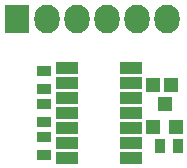
<source format=gts>
G04 #@! TF.FileFunction,Soldermask,Top*
%FSLAX46Y46*%
G04 Gerber Fmt 4.6, Leading zero omitted, Abs format (unit mm)*
G04 Created by KiCad (PCBNEW 4.0.1-stable) date 2/20/2016 9:56:53 PM*
%MOMM*%
G01*
G04 APERTURE LIST*
%ADD10C,0.100000*%
%ADD11R,0.900000X1.300000*%
%ADD12R,1.300000X0.900000*%
%ADD13R,1.900000X1.000000*%
%ADD14R,1.200100X1.200100*%
%ADD15R,1.200000X1.150000*%
%ADD16R,2.127200X2.432000*%
%ADD17O,2.127200X2.432000*%
G04 APERTURE END LIST*
D10*
D11*
X141200000Y-83550000D03*
X142700000Y-83550000D03*
D12*
X131350000Y-82800000D03*
X131350000Y-84300000D03*
X131350000Y-77200000D03*
X131350000Y-78700000D03*
X131350000Y-80000000D03*
X131350000Y-81500000D03*
D13*
X133350000Y-76940000D03*
X133350000Y-78210000D03*
X133350000Y-79480000D03*
X133350000Y-80750000D03*
X133350000Y-82020000D03*
X133350000Y-83290000D03*
X133350000Y-84560000D03*
X138750000Y-84560000D03*
X138750000Y-83290000D03*
X138750000Y-82020000D03*
X138750000Y-80750000D03*
X138750000Y-79480000D03*
X138750000Y-78210000D03*
X138750000Y-76940000D03*
D14*
X140650000Y-81950760D03*
X142550000Y-81950760D03*
X141600000Y-79951780D03*
D15*
X140650000Y-78400000D03*
X142150000Y-78400000D03*
D16*
X129100000Y-72750000D03*
D17*
X131640000Y-72750000D03*
X134180000Y-72750000D03*
X136720000Y-72750000D03*
X139260000Y-72750000D03*
X141800000Y-72750000D03*
M02*

</source>
